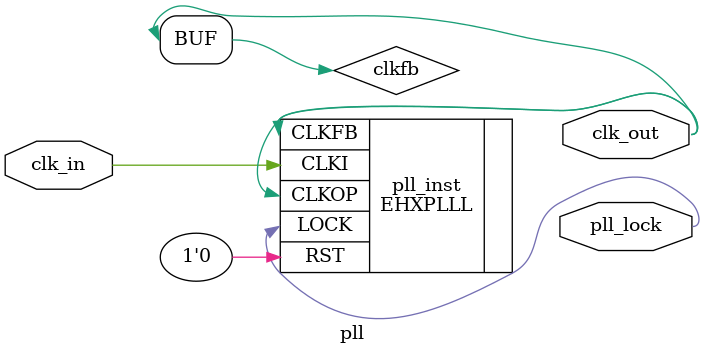
<source format=v>

module pll (
    input  wire clk_in,    // 25 MHz input clock
    output wire clk_out,   // 125 MHz output clock
    output wire pll_lock   // PLL lock status
);

    wire clkfb;

    // Instantiate EHXPLLL
    EHXPLLL #(
        .CLKI_DIV(1),               // Input clock divider
        .CLKFB_DIV(5),              // Feedback clock multiplier
        .CLKOP_DIV(5),             // Output clock divider (125 MHz)
        .CLKOP_ENABLE("ENABLED"),   // Enable main output
        .CLKOS_ENABLE("DISABLED"),  // Disable secondary outputs
        .CLKOS2_ENABLE("DISABLED"),
        .CLKOS3_ENABLE("DISABLED"),
        .FEEDBK_PATH("CLKOP")       // Internal feedback path
    ) pll_inst (
        .CLKI(clk_in),
        .CLKFB(clkfb),
        .CLKOP(clk_out),
        .LOCK(pll_lock),
        .RST(1'b0)
    );

    // Connect feedback loop
    assign clkfb = clk_out;

endmodule

</source>
